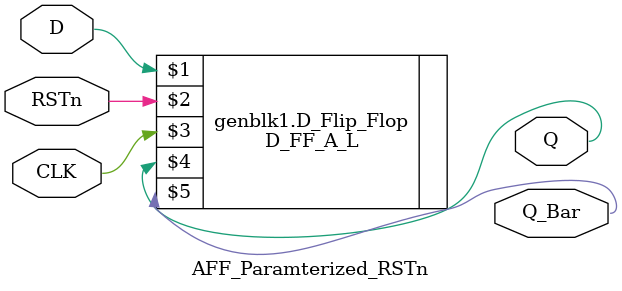
<source format=v>
module AFF_Paramterized_RSTn (D, RSTn, CLK, Q, Q_Bar);
	
	parameter Type = "DFF";

	input D, RSTn, CLK;
	output Q, Q_Bar;

	generate 
		if (Type == "DFF" )
			D_FF_A_L D_Flip_Flop (D, RSTn, CLK, Q, Q_Bar);
		else begin
			T_FF Toggle_Flip_Flop (D, RSTn, CLK, Q, Q_Bar);
		end
	endgenerate

endmodule
</source>
